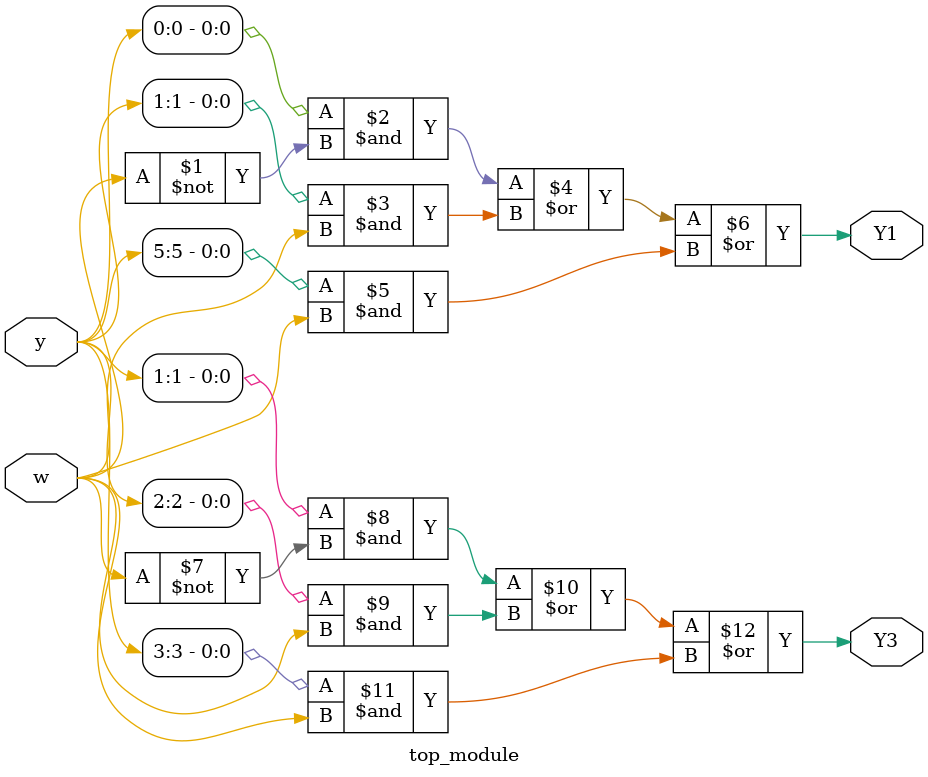
<source format=sv>
module top_module (
    input [5:0] y,
    input w,
    output Y1,
    output Y3
);

assign Y1 = (y[0] & ~w) | (y[1] & w) | (y[5] & w);
assign Y3 = (y[1] & ~w) | (y[2] & w) | (y[3] & w);

endmodule

</source>
